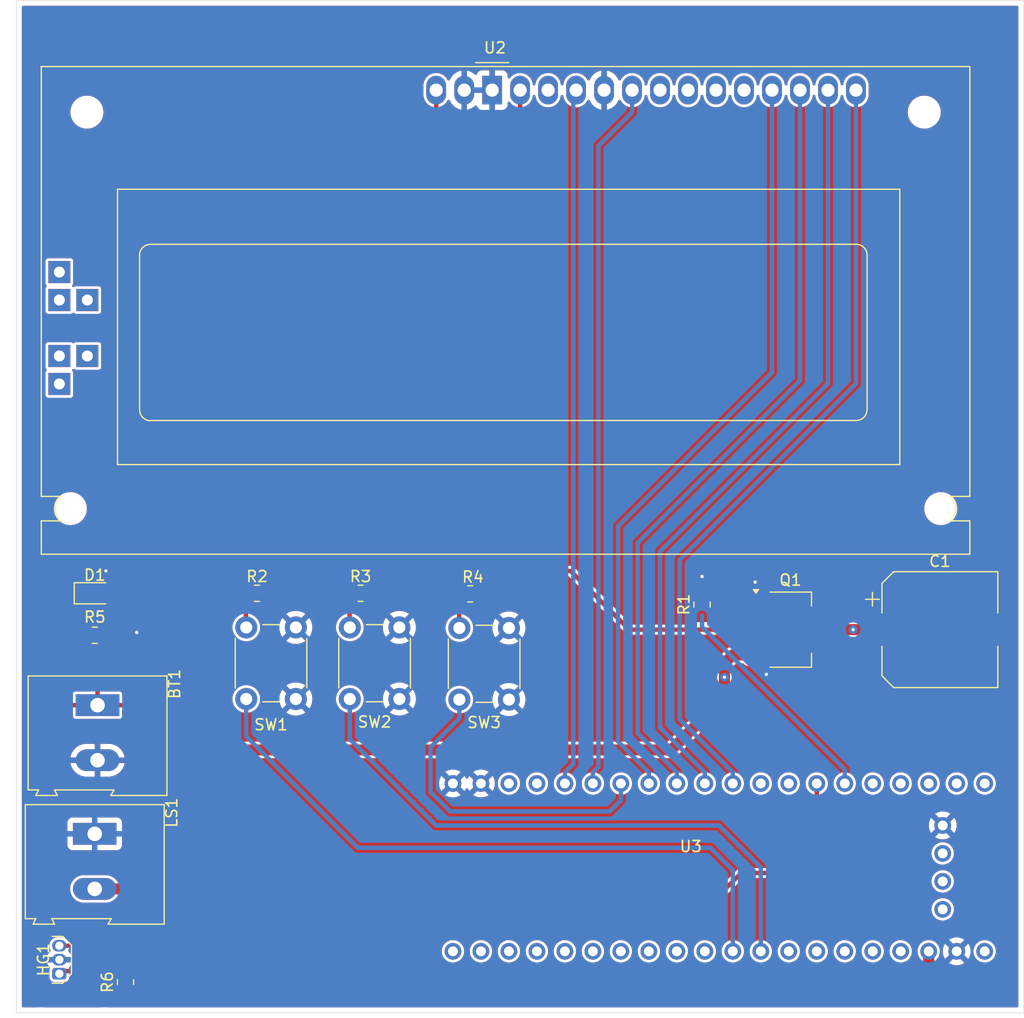
<source format=kicad_pcb>
(kicad_pcb (version 20240108) (generator "pcbnew") (generator_version "8.0")
  (layers (0 "F.Cu" signal) (31 "B.Cu" signal) (34 "B.Paste" user) (35 "F.Paste" user) (36 "B.SilkS" user "B.Silkscreen") (37 "F.SilkS" user "F.Silkscreen") (38 "B.Mask" user) (39 "F.Mask" user) (44 "Edge.Cuts" user))
  (net 0 "")
  (net 1 "GND")
  (net 2 "+5V")
  (net 3 "Net-(D1-K)")
  (net 4 "Net-(HG1-U1)")
  (net 5 "Net-(Q1-E)")
  (net 6 "Net-(Q1-B)")
  (net 7 "AUDIO_PWM")
  (net 8 "BTN_3")
  (net 9 "BTN_2")
  (net 10 "BTN_1")
  (net 11 "LCD_DB4")
  (net 12 "LCD_RS")
  (net 13 "LCD_E")
  (net 14 "LCD_DB7")
  (net 15 "LCD_DB5")
  (net 16 "HAL_SG")
  (net 17 "LCD_DN6")
  (footprint "Package_TO_SOT_SMD:SOT-223-3_TabPin2" (layer "F.Cu") (at 197.256 82.55)
    (property "Reference" "Q1" (at 0 -4.5 0) (layer "F.SilkS"))
    (property "Value" "BCP56")
    (fp_line (start -1.85 -3.41) (end 1.91 -3.41) (stroke (width 0.12)) (layer "F.SilkS"))
    (fp_line (start -1.85 3.41) (end 1.91 3.41) (stroke (width 0.12)) (layer "F.SilkS"))
    (fp_line (start 1.91 -3.41) (end 1.91 -2.15) (stroke (width 0.12)) (layer "F.SilkS"))
    (fp_line (start 1.91 3.41) (end 1.91 2.15) (stroke (width 0.12)) (layer "F.SilkS"))
    (fp_poly (pts (xy -3.13 -3.31) (xy -3.37 -3.64) (xy -2.89 -3.64) (xy -3.13 -3.31)) (stroke (width 0.12)) (fill solid) (layer "F.SilkS"))
    (pad "1" smd roundrect (at -3.15 -2.3) (size 2 1.5) (layers "F.Cu" "F.Paste" "F.Mask") (net 6 "Net-(Q1-B)"))
    (pad "2" smd roundrect (at -3.15 0) (size 2 1.5) (layers "F.Cu" "F.Paste" "F.Mask") (net 2 "+5V"))
    (pad "2" smd roundrect (at 3.15 0) (size 2 3.8) (layers "F.Cu" "F.Paste" "F.Mask") (net 2 "+5V"))
    (pad "3" smd roundrect (at -3.15 2.3) (size 2 1.5) (layers "F.Cu" "F.Paste" "F.Mask") (net 5 "Net-(Q1-E)"))
  )
  (footprint "Button_Switch_THT:SW_PUSH_6mm_H8mm" (layer "F.Cu") (at 152.364 82.348 -90)
    (property "Reference" "SW1" (at 8.838 2.25 0) (layer "F.SilkS"))
    (property "Value" "~")
    (fp_line (start 1 5.5) (end 5.5 5.5) (stroke (width 0.12)) (layer "F.SilkS"))
    (fp_line (start 6.75 3) (end 6.75 1.5) (stroke (width 0.12)) (layer "F.SilkS"))
    (fp_line (start -0.25 1.5) (end -0.25 3) (stroke (width 0.12)) (layer "F.SilkS"))
    (fp_line (start 5.5 -1) (end 1 -1) (stroke (width 0.12)) (layer "F.SilkS"))
    (pad "1" thru_hole circle (at 0 0) (size 2 2) (drill 1.1) (layers "*.Cu" "*.Mask") (net 1 "GND"))
    (pad "1" thru_hole circle (at 6.5 0) (size 2 2) (drill 1.1) (layers "*.Cu" "*.Mask") (net 1 "GND"))
    (pad "2" thru_hole circle (at 0 4.5) (size 2 2) (drill 1.1) (layers "*.Cu" "*.Mask") (net 8 "BTN_3"))
    (pad "2" thru_hole circle (at 6.5 4.5) (size 2 2) (drill 1.1) (layers "*.Cu" "*.Mask") (net 8 "BTN_3"))
  )
  (footprint "Resistor_SMD:R_0805_2012Metric_Pad1.20x1.40mm_HandSolder" (layer "F.Cu") (at 134.121 83.058)
    (property "Reference" "R5" (at 0 -1.65 0) (layer "F.SilkS"))
    (property "Value" "220")
    (fp_line (start -0.227064 -0.735) (end 0.227064 -0.735) (stroke (width 0.12)) (layer "F.SilkS"))
    (fp_line (start -0.227064 0.735) (end 0.227064 0.735) (stroke (width 0.12)) (layer "F.SilkS"))
    (pad "1" smd roundrect (at -1 0) (size 1.2 1.4) (layers "F.Cu" "F.Paste" "F.Mask") (roundrect_rratio 0.208333) (net 3 "Net-(D1-K)"))
    (pad "2" smd roundrect (at 1 0) (size 1.2 1.4) (layers "F.Cu" "F.Paste" "F.Mask") (roundrect_rratio 0.208333) (net 1 "GND"))
  )
  (footprint "TerminalBlock:TerminalBlock_Altech_AK300-2_P5.00mm" (layer "F.Cu") (at 134.366 89.408 -90)
    (property "Reference" "BT1" (at -1.92 -6.99 90) (layer "F.SilkS"))
    (property "Value" "Battery")
    (fp_line (start -2.65 6.3) (end 7.7 6.3) (stroke (width 0.12)) (layer "F.SilkS"))
    (fp_line (start 7.7 6.3) (end 7.7 5.35) (stroke (width 0.12)) (layer "F.SilkS"))
    (fp_line (start 8.2 5.6) (end 8.2 3.7) (stroke (width 0.12)) (layer "F.SilkS"))
    (fp_line (start 7.7 5.35) (end 8.2 5.6) (stroke (width 0.12)) (layer "F.SilkS"))
    (fp_line (start 7.7 3.9) (end 7.7 -1.5) (stroke (width 0.12)) (layer "F.SilkS"))
    (fp_line (start 8.2 3.7) (end 8.2 3.65) (stroke (width 0.12)) (layer "F.SilkS"))
    (fp_line (start 8.2 3.65) (end 7.7 3.9) (stroke (width 0.12)) (layer "F.SilkS"))
    (fp_line (start 8.2 -1.2) (end 8.2 -6.3) (stroke (width 0.12)) (layer "F.SilkS"))
    (fp_line (start 7.7 -1.5) (end 8.2 -1.2) (stroke (width 0.12)) (layer "F.SilkS"))
    (fp_line (start -2.65 -6.3) (end -2.65 6.3) (stroke (width 0.12)) (layer "F.SilkS"))
    (fp_line (start 8.2 -6.3) (end -2.65 -6.3) (stroke (width 0.12)) (layer "F.SilkS"))
    (pad "1" thru_hole rect (at 0 0 270) (size 1.98 3.96) (drill 1.32) (layers "*.Cu" "*.Mask") (net 2 "+5V"))
    (pad "2" thru_hole oval (at 5 0 270) (size 1.98 3.96) (drill 1.32) (layers "*.Cu" "*.Mask") (net 1 "GND"))
  )
  (footprint "Resistor_SMD:R_0805_2012Metric_Pad1.20x1.40mm_HandSolder" (layer "F.Cu") (at 189.23 80.264 90)
    (property "Reference" "R1" (at 0 -1.65 90) (layer "F.SilkS"))
    (property "Value" "120")
    (fp_line (start -0.227064 -0.735) (end 0.227064 -0.735) (stroke (width 0.12)) (layer "F.SilkS"))
    (fp_line (start -0.227064 0.735) (end 0.227064 0.735) (stroke (width 0.12)) (layer "F.SilkS"))
    (pad "1" smd roundrect (at -1 0 90) (size 1.2 1.4) (layers "F.Cu" "F.Paste" "F.Mask") (roundrect_rratio 0.208333) (net 7 "AUDIO_PWM"))
    (pad "2" smd roundrect (at 1 0 90) (size 1.2 1.4) (layers "F.Cu" "F.Paste" "F.Mask") (roundrect_rratio 0.208333) (net 6 "Net-(Q1-B)"))
  )
  (footprint "Button_Switch_THT:SW_PUSH_6mm_H5mm" (layer "F.Cu") (at 161.762 82.348 -90)
    (property "Reference" "SW2" (at 8.584 2.25 0) (layer "F.SilkS"))
    (property "Value" "~")
    (fp_line (start 1 5.5) (end 5.5 5.5) (stroke (width 0.12)) (layer "F.SilkS"))
    (fp_line (start 6.75 3) (end 6.75 1.5) (stroke (width 0.12)) (layer "F.SilkS"))
    (fp_line (start -0.25 1.5) (end -0.25 3) (stroke (width 0.12)) (layer "F.SilkS"))
    (fp_line (start 5.5 -1) (end 1 -1) (stroke (width 0.12)) (layer "F.SilkS"))
    (pad "1" thru_hole circle (at 0 0) (size 2 2) (drill 1.1) (layers "*.Cu" "*.Mask") (net 1 "GND"))
    (pad "1" thru_hole circle (at 6.5 0) (size 2 2) (drill 1.1) (layers "*.Cu" "*.Mask") (net 1 "GND"))
    (pad "2" thru_hole circle (at 0 4.5) (size 2 2) (drill 1.1) (layers "*.Cu" "*.Mask") (net 9 "BTN_2"))
    (pad "2" thru_hole circle (at 6.5 4.5) (size 2 2) (drill 1.1) (layers "*.Cu" "*.Mask") (net 9 "BTN_2"))
  )
  (footprint "Capacitor_SMD:CP_Elec_10x10" (layer "F.Cu") (at 210.82 82.55)
    (property "Reference" "C1" (at 0 -6.2 0) (layer "F.SilkS"))
    (property "Value" "1000u")
    (fp_line (start -6.75 -2.76) (end -5.5 -2.76) (stroke (width 0.12)) (layer "F.SilkS"))
    (fp_line (start -6.125 -3.385) (end -6.125 -2.135) (stroke (width 0.12)) (layer "F.SilkS"))
    (fp_line (start -5.26 -4.195563) (end -5.26 -1.51) (stroke (width 0.12)) (layer "F.SilkS"))
    (fp_line (start -5.26 -4.195563) (end -4.195563 -5.26) (stroke (width 0.12)) (layer "F.SilkS"))
    (fp_line (start -5.26 4.195563) (end -5.26 1.51) (stroke (width 0.12)) (layer "F.SilkS"))
    (fp_line (start -5.26 4.195563) (end -4.195563 5.26) (stroke (width 0.12)) (layer "F.SilkS"))
    (fp_line (start -4.195563 -5.26) (end 5.26 -5.26) (stroke (width 0.12)) (layer "F.SilkS"))
    (fp_line (start -4.195563 5.26) (end 5.26 5.26) (stroke (width 0.12)) (layer "F.SilkS"))
    (fp_line (start 5.26 -5.26) (end 5.26 -1.51) (stroke (width 0.12)) (layer "F.SilkS"))
    (fp_line (start 5.26 5.26) (end 5.26 1.51) (stroke (width 0.12)) (layer "F.SilkS"))
    (pad "1" smd roundrect (at -4 0) (size 4 2.5) (layers "F.Cu" "F.Paste" "F.Mask") (roundrect_rratio 0.1) (net 2 "+5V"))
    (pad "2" smd roundrect (at 4 0) (size 4 2.5) (layers "F.Cu" "F.Paste" "F.Mask") (roundrect_rratio 0.1) (net 1 "GND"))
  )
  (footprint "blue-pill-kicad-master:blue_pill" (layer "F.Cu") (at 187.579 102.235 90)
    (property "Reference" "U3" (at 0 0.635 180) (layer "F.SilkS"))
    (property "Value" "BP")
    (pad "3V3" thru_hole circle (at -9.525 27.305 90) (size 1.524 1.524) (drill 0.9) (layers "*.Cu" "*.Mask"))
    (pad "3V3" thru_hole circle (at -5.715 23.495 90) (size 1.524 1.524) (drill 0.9) (layers "*.Cu" "*.Mask"))
    (pad "3V3" thru_hole circle (at 5.715 -15.875 90) (size 1.524 1.524) (drill 0.9) (layers "*.Cu" "*.Mask"))
    (pad "5V" thru_hole circle (at -9.525 22.225 90) (size 1.524 1.524) (drill 0.9) (layers "*.Cu" "*.Mask") (net 2 "+5V"))
    (pad "G" thru_hole circle (at -9.525 24.765 90) (size 1.524 1.524) (drill 0.9) (layers "*.Cu" "*.Mask") (net 1 "GND"))
    (pad "G" thru_hole circle (at 1.905 23.495 90) (size 1.524 1.524) (drill 0.9) (layers "*.Cu" "*.Mask") (net 1 "GND"))
    (pad "G" thru_hole circle (at 5.715 -20.955 90) (size 1.524 1.524) (drill 0.9) (layers "*.Cu" "*.Mask") (net 1 "GND"))
    (pad "G" thru_hole circle (at 5.715 -18.415 90) (size 1.524 1.524) (drill 0.9) (layers "*.Cu" "*.Mask") (net 1 "GND"))
    (pad "NRST" thru_hole circle (at 5.715 -13.335 90) (size 1.524 1.524) (drill 0.9) (layers "*.Cu" "*.Mask"))
    (pad "PA0" thru_hole circle (at 5.715 17.145 90) (size 1.524 1.524) (drill 0.9) (layers "*.Cu" "*.Mask"))
    (pad "PA1" thru_hole circle (at 5.715 14.605 90) (size 1.524 1.524) (drill 0.9) (layers "*.Cu" "*.Mask") (net 7 "AUDIO_PWM"))
    (pad "PA2" thru_hole circle (at 5.715 12.065 90) (size 1.524 1.524) (drill 0.9) (layers "*.Cu" "*.Mask") (net 16 "HAL_SG"))
    (pad "PA3" thru_hole circle (at 5.715 9.525 90) (size 1.524 1.524) (drill 0.9) (layers "*.Cu" "*.Mask"))
    (pad "PA4" thru_hole circle (at 5.715 6.985 90) (size 1.524 1.524) (drill 0.9) (layers "*.Cu" "*.Mask"))
    (pad "PA5" thru_hole circle (at 5.715 4.445 90) (size 1.524 1.524) (drill 0.9) (layers "*.Cu" "*.Mask") (net 14 "LCD_DB7"))
    (pad "PA6" thru_hole circle (at 5.715 1.905 90) (size 1.524 1.524) (drill 0.9) (layers "*.Cu" "*.Mask") (net 17 "LCD_DN6"))
    (pad "PA7" thru_hole circle (at 5.715 -0.635 90) (size 1.524 1.524) (drill 0.9) (layers "*.Cu" "*.Mask") (net 15 "LCD_DB5"))
    (pad "PA8" thru_hole circle (at -9.525 -10.795 90) (size 1.524 1.524) (drill 0.9) (layers "*.Cu" "*.Mask"))
    (pad "PA9" thru_hole circle (at -9.525 -8.255 90) (size 1.524 1.524) (drill 0.9) (layers "*.Cu" "*.Mask"))
    (pad "PA10" thru_hole circle (at -9.525 -5.715 90) (size 1.524 1.524) (drill 0.9) (layers "*.Cu" "*.Mask"))
    (pad "PA11" thru_hole circle (at -9.525 -3.175 90) (size 1.524 1.524) (drill 0.9) (layers "*.Cu" "*.Mask"))
    (pad "PA12" thru_hole circle (at -9.525 -0.635 90) (size 1.524 1.524) (drill 0.9) (layers "*.Cu" "*.Mask"))
    (pad "PA15" thru_hole circle (at -9.525 1.905 90) (size 1.524 1.524) (drill 0.9) (layers "*.Cu" "*.Mask"))
    (pad "PB0" thru_hole circle (at 5.715 -3.175 90) (size 1.524 1.524) (drill 0.9) (layers "*.Cu" "*.Mask") (net 11 "LCD_DB4"))
    (pad "PB1" thru_hole circle (at 5.715 -5.715 90) (size 1.524 1.524) (drill 0.9) (layers "*.Cu" "*.Mask") (net 10 "BTN_1"))
    (pad "PB3" thru_hole circle (at -9.525 4.445 90) (size 1.524 1.524) (drill 0.9) (layers "*.Cu" "*.Mask") (net 8 "BTN_3"))
    (pad "PB4" thru_hole circle (at -9.525 6.985 90) (size 1.524 1.524) (drill 0.9) (layers "*.Cu" "*.Mask") (net 9 "BTN_2"))
    (pad "PB5" thru_hole circle (at -9.525 9.525 90) (size 1.524 1.524) (drill 0.9) (layers "*.Cu" "*.Mask"))
    (pad "PB6" thru_hole circle (at -9.525 12.065 90) (size 1.524 1.524) (drill 0.9) (layers "*.Cu" "*.Mask"))
    (pad "PB7" thru_hole circle (at -9.525 14.605 90) (size 1.524 1.524) (drill 0.9) (layers "*.Cu" "*.Mask"))
    (pad "PB8" thru_hole circle (at -9.525 17.145 90) (size 1.524 1.524) (drill 0.9) (layers "*.Cu" "*.Mask"))
    (pad "PB9" thru_hole circle (at -9.525 19.685 90) (size 1.524 1.524) (drill 0.9) (layers "*.Cu" "*.Mask"))
    (pad "PB10" thru_hole circle (at 5.715 -8.255 90) (size 1.524 1.524) (drill 0.9) (layers "*.Cu" "*.Mask") (net 13 "LCD_E"))
    (pad "PB11" thru_hole circle (at 5.715 -10.795 90) (size 1.524 1.524) (drill 0.9) (layers "*.Cu" "*.Mask") (net 12 "LCD_RS"))
    (pad "PB12" thru_hole circle (at -9.525 -20.955 90) (size 1.524 1.524) (drill 0.9) (layers "*.Cu" "*.Mask"))
    (pad "PB13" thru_hole circle (at -9.525 -18.415 90) (size 1.524 1.524) (drill 0.9) (layers "*.Cu" "*.Mask"))
    (pad "PB14" thru_hole circle (at -9.525 -15.875 90) (size 1.524 1.524) (drill 0.9) (layers "*.Cu" "*.Mask"))
    (pad "PB15" thru_hole circle (at -9.525 -13.335 90) (size 1.524 1.524) (drill 0.9) (layers "*.Cu" "*.Mask"))
    (pad "PC13" thru_hole circle (at 5.715 24.765 90) (size 1.524 1.524) (drill 0.9) (layers "*.Cu" "*.Mask"))
    (pad "PC14" thru_hole circle (at 5.715 22.225 90) (size 1.524 1.524) (drill 0.9) (layers "*.Cu" "*.Mask"))
    (pad "PC15" thru_hole circle (at 5.715 19.685 90) (size 1.524 1.524) (drill 0.9) (layers "*.Cu" "*.Mask"))
    (pad "SWCLK" thru_hole circle (at -0.635 23.495 90) (size 1.524 1.524) (drill 0.9) (layers "*.Cu" "*.Mask"))
    (pad "SWO" thru_hole circle (at -3.175 23.495 90) (size 1.524 1.524) (drill 0.9) (layers "*.Cu" "*.Mask"))
    (pad "VBAT" thru_hole circle (at 5.715 27.305 90) (size 1.524 1.524) (drill 0.9) (layers "*.Cu" "*.Mask"))
  )
  (footprint "Resistor_SMD:R_0805_2012Metric_Pad1.20x1.40mm_HandSolder" (layer "F.Cu") (at 136.906 114.554 90)
    (property "Reference" "R6" (at 0 -1.65 90) (layer "F.SilkS"))
    (property "Value" "10k")
    (fp_line (start -0.227064 -0.735) (end 0.227064 -0.735) (stroke (width 0.12)) (layer "F.SilkS"))
    (fp_line (start -0.227064 0.735) (end 0.227064 0.735) (stroke (width 0.12)) (layer "F.SilkS"))
    (pad "1" smd roundrect (at -1 0 90) (size 1.2 1.4) (layers "F.Cu" "F.Paste" "F.Mask") (roundrect_rratio 0.208333) (net 2 "+5V"))
    (pad "2" smd roundrect (at 1 0 90) (size 1.2 1.4) (layers "F.Cu" "F.Paste" "F.Mask") (roundrect_rratio 0.208333) (net 4 "Net-(HG1-U1)"))
  )
  (footprint "LED_SMD:LED_0805_2012Metric_Pad1.15x1.40mm_HandSolder" (layer "F.Cu") (at 134.112 79.248)
    (property "Reference" "D1" (at 0 -1.65 0) (layer "F.SilkS"))
    (property "Value" "LED")
    (fp_line (start -1.86 -0.96) (end -1.86 0.96) (stroke (width 0.12)) (layer "F.SilkS"))
    (fp_line (start -1.86 0.96) (end 1 0.96) (stroke (width 0.12)) (layer "F.SilkS"))
    (fp_line (start 1 -0.96) (end -1.86 -0.96) (stroke (width 0.12)) (layer "F.SilkS"))
    (pad "1" smd roundrect (at -1.025 0) (size 1.15 1.4) (layers "F.Cu" "F.Paste" "F.Mask") (roundrect_rratio 0.217391) (net 3 "Net-(D1-K)"))
    (pad "2" smd roundrect (at 1.025 0) (size 1.15 1.4) (layers "F.Cu" "F.Paste" "F.Mask") (roundrect_rratio 0.217391) (net 2 "+5V"))
  )
  (footprint "Resistor_SMD:R_0805_2012Metric_Pad1.20x1.40mm_HandSolder" (layer "F.Cu") (at 158.242 79.248 180)
    (property "Reference" "R3" (at 0 1.524 0) (layer "F.SilkS"))
    (property "Value" "220")
    (fp_line (start -0.227064 0.735) (end 0.227064 0.735) (stroke (width 0.12)) (layer "F.SilkS"))
    (fp_line (start -0.227064 -0.735) (end 0.227064 -0.735) (stroke (width 0.12)) (layer "F.SilkS"))
    (pad "1" smd roundrect (at -1 0 180) (size 1.2 1.4) (layers "F.Cu" "F.Paste" "F.Mask") (roundrect_rratio 0.208333) (net 2 "+5V"))
    (pad "2" smd roundrect (at 1 0 180) (size 1.2 1.4) (layers "F.Cu" "F.Paste" "F.Mask") (roundrect_rratio 0.208333) (net 9 "BTN_2"))
  )
  (footprint "Resistor_SMD:R_0805_2012Metric_Pad1.20x1.40mm_HandSolder" (layer "F.Cu") (at 168.184 79.3 180)
    (property "Reference" "R4" (at -0.254 1.524 0) (layer "F.SilkS"))
    (property "Value" "220")
    (fp_line (start -0.227064 0.735) (end 0.227064 0.735) (stroke (width 0.12)) (layer "F.SilkS"))
    (fp_line (start -0.227064 -0.735) (end 0.227064 -0.735) (stroke (width 0.12)) (layer "F.SilkS"))
    (pad "1" smd roundrect (at -1 0 180) (size 1.2 1.4) (layers "F.Cu" "F.Paste" "F.Mask") (roundrect_rratio 0.208333) (net 2 "+5V"))
    (pad "2" smd roundrect (at 1 0 180) (size 1.2 1.4) (layers "F.Cu" "F.Paste" "F.Mask") (roundrect_rratio 0.208333) (net 10 "BTN_1"))
  )
  (footprint "TerminalBlock:TerminalBlock_Altech_AK300-2_P5.00mm" (layer "F.Cu") (at 134.112 101.092 -90)
    (property "Reference" "LS1" (at -1.92 -6.99 90) (layer "F.SilkS"))
    (property "Value" "Speaker")
    (fp_line (start -2.65 6.3) (end 7.7 6.3) (stroke (width 0.12)) (layer "F.SilkS"))
    (fp_line (start 7.7 6.3) (end 7.7 5.35) (stroke (width 0.12)) (layer "F.SilkS"))
    (fp_line (start 8.2 5.6) (end 8.2 3.7) (stroke (width 0.12)) (layer "F.SilkS"))
    (fp_line (start 7.7 5.35) (end 8.2 5.6) (stroke (width 0.12)) (layer "F.SilkS"))
    (fp_line (start 7.7 3.9) (end 7.7 -1.5) (stroke (width 0.12)) (layer "F.SilkS"))
    (fp_line (start 8.2 3.7) (end 8.2 3.65) (stroke (width 0.12)) (layer "F.SilkS"))
    (fp_line (start 8.2 3.65) (end 7.7 3.9) (stroke (width 0.12)) (layer "F.SilkS"))
    (fp_line (start 8.2 -1.2) (end 8.2 -6.3) (stroke (width 0.12)) (layer "F.SilkS"))
    (fp_line (start 7.7 -1.5) (end 8.2 -1.2) (stroke (width 0.12)) (layer "F.SilkS"))
    (fp_line (start -2.65 -6.3) (end -2.65 6.3) (stroke (width 0.12)) (layer "F.SilkS"))
    (fp_line (start 8.2 -6.3) (end -2.65 -6.3) (stroke (width 0.12)) (layer "F.SilkS"))
    (pad "1" thru_hole rect (at 0 0 270) (size 1.98 3.96) (drill 1.32) (layers "*.Cu" "*.Mask") (net 1 "GND"))
    (pad "2" thru_hole oval (at 5 0 270) (size 1.98 3.96) (drill 1.32) (layers "*.Cu" "*.Mask") (net 5 "Net-(Q1-E)"))
  )
  (footprint "Display:RC1602A" (layer "F.Cu") (at 170.18 33.56)
    (property "Reference" "U2" (at 0.254 -3.842 180) (layer "F.SilkS"))
    (property "Value" "RC1602A")
    (fp_line (start -40.92 -2.14) (end 43.36 -2.14) (stroke (width 0.12)) (layer "F.SilkS"))
    (fp_line (start -40.92 36.89) (end -40.92 -2.14) (stroke (width 0.12)) (layer "F.SilkS"))
    (fp_line (start -40.92 36.89) (end -39.1 36.89) (stroke (width 0.12)) (layer "F.SilkS"))
    (fp_line (start -40.92 39.11) (end -39.1 39.11) (stroke (width 0.12)) (layer "F.SilkS"))
    (fp_line (start -40.92 42.14) (end -40.92 39.11) (stroke (width 0.12)) (layer "F.SilkS"))
    (fp_line (start -34 9) (end 37 9) (stroke (width 0.12)) (layer "F.SilkS"))
    (fp_line (start -34 34) (end -34 9) (stroke (width 0.12)) (layer "F.SilkS"))
    (fp_line (start -32 29) (end -32 15) (stroke (width 0.12)) (layer "F.SilkS"))
    (fp_line (start -31 14) (end 33 14) (stroke (width 0.12)) (layer "F.SilkS"))
    (fp_line (start -1.5 -2.5) (end 1.5 -2.5) (stroke (width 0.12)) (layer "F.SilkS"))
    (fp_line (start 33 30) (end -31 30) (stroke (width 0.12)) (layer "F.SilkS"))
    (fp_line (start 34.03 15) (end 34.03 29) (stroke (width 0.12)) (layer "F.SilkS"))
    (fp_line (start 37 9) (end 37 34) (stroke (width 0.12)) (layer "F.SilkS"))
    (fp_line (start 37 34) (end -34 34) (stroke (width 0.12)) (layer "F.SilkS"))
    (fp_line (start 41.5 39.11) (end 43.36 39.11) (stroke (width 0.12)) (layer "F.SilkS"))
    (fp_line (start 43.36 -2.14) (end 43.36 36.89) (stroke (width 0.12)) (layer "F.SilkS"))
    (fp_line (start 43.36 36.89) (end 41.5 36.89) (stroke (width 0.12)) (layer "F.SilkS"))
    (fp_line (start 43.36 39.11) (end 43.36 42.14) (stroke (width 0.12)) (layer "F.SilkS"))
    (fp_line (start 43.36 42.14) (end -40.92 42.14) (stroke (width 0.12)) (layer "F.SilkS"))
    (fp_arc (start -39.39 38.82) (mid -39.644716 37.794939) (end -39.1 36.89) (stroke (width 0.12)) (layer "F.SilkS"))
    (fp_arc (start -39.1 39.11) (mid -39.644716 38.205061) (end -39.39 37.18) (stroke (width 0.12)) (layer "F.SilkS"))
    (fp_arc (start -32.00286 15.00246) (mid -31.710488 14.296612) (end -31.00464 14.00424) (stroke (width 0.12)) (layer "F.SilkS"))
    (fp_arc (start -30.99464 30.0237) (mid -31.702284 29.730584) (end -31.9954 29.02294) (stroke (width 0.12)) (layer "F.SilkS"))
    (fp_arc (start 33.03574 13.99424) (mid 33.741576 14.286624) (end 34.03396 14.99246) (stroke (width 0.12)) (layer "F.SilkS"))
    (fp_arc (start 34.0265 29.00294) (mid 33.733372 29.710572) (end 33.02574 30.0037) (stroke (width 0.12)) (layer "F.SilkS"))
    (fp_arc (start 41.5 36.89) (mid 42.059361 37.759584) (end 41.84 38.77) (stroke (width 0.12)) (layer "F.SilkS"))
    (fp_arc (start 41.84 37.21) (mid 42.070574 38.233345) (end 41.51 39.12) (stroke (width 0.12)) (layer "F.SilkS"))
    (pad "" np_thru_hole circle (at -38.28 38 180) (size 2.5 2.5) (drill 2.5) (layers "*.Cu" "*.Mask"))
    (pad "" np_thru_hole circle (at -36.78 2 180) (size 2.5 2.5) (drill 2.5) (layers "*.Cu" "*.Mask"))
    (pad "" np_thru_hole circle (at 39.22 2 180) (size 2.5 2.5) (drill 2.5) (layers "*.Cu" "*.Mask"))
    (pad "" np_thru_hole circle (at 40.72 38 180) (size 2.5 2.5) (drill 2.5) (layers "*.Cu" "*.Mask"))
    (pad "1" thru_hole rect (at 0 0 180) (size 1.8 2.6) (drill 1.2) (layers "*.Cu" "*.Mask") (net 1 "GND"))
    (pad "2" thru_hole oval (at 2.54 0 180) (size 1.8 2.6) (drill 1.2) (layers "*.Cu" "*.Mask") (net 2 "+5V"))
    (pad "3" thru_hole oval (at 5.08 0 180) (size 1.8 2.6) (drill 1.2) (layers "*.Cu" "*.Mask"))
    (pad "4" thru_hole oval (at 7.62 0 180) (size 1.8 2.6) (drill 1.2) (layers "*.Cu" "*.Mask") (net 12 "LCD_RS"))
    (pad "5" thru_hole oval (at 10.16 0 180) (size 1.8 2.6) (drill 1.2) (layers "*.Cu" "*.Mask") (net 1 "GND"))
    (pad "6" thru_hole oval (at 12.7 0 180) (size 1.8 2.6) (drill 1.2) (layers "*.Cu" "*.Mask") (net 13 "LCD_E"))
    (pad "7" thru_hole oval (at 15.24 0 180) (size 1.8 2.6) (drill 1.2) (layers "*.Cu" "*.Mask"))
    (pad "8" thru_hole oval (at 17.78 0 180) (size 1.8 2.6) (drill 1.2) (layers "*.Cu" "*.Mask"))
    (pad "9" thru_hole oval (at 20.32 0 180) (size 1.8 2.6) (drill 1.2) (layers "*.Cu" "*.Mask"))
    (pad "10" thru_hole oval (at 22.86 0 180) (size 1.8 2.6) (drill 1.2) (layers "*.Cu" "*.Mask"))
    (pad "11" thru_hole oval (at 25.4 0 180) (size 1.8 2.6) (drill 1.2) (layers "*.Cu" "*.Mask") (net 11 "LCD_DB4"))
    (pad "12" thru_hole oval (at 27.94 0 180) (size 1.8 2.6) (drill 1.2) (layers "*.Cu" "*.Mask") (net 15 "LCD_DB5"))
    (pad "13" thru_hole oval (at 30.48508 0.00254 180) (size 1.8 2.6) (drill 1.2) (layers "*.Cu" "*.Mask") (net 17 "LCD_DN6"))
    (pad "14" thru_hole oval (at 33.02 0 180) (size 1.8 2.6) (drill 1.2) (layers "*.Cu" "*.Mask") (net 14 "LCD_DB7"))
    (pad "15" thru_hole oval (at -5.08 0 180) (size 1.8 2.6) (drill 1.2) (layers "*.Cu" "*.Mask") (net 2 "+5V"))
    (pad "16" thru_hole oval (at -2.53492 0.00254 180) (size 1.8 2.6) (drill 1.2) (layers "*.Cu" "*.Mask") (net 1 "GND"))
    (pad "A1" thru_hole rect (at -39.28 24.14 180) (size 2 2) (drill 1) (layers "*.Cu" "*.Mask"))
    (pad "A1" thru_hole rect (at -39.28 26.68 180) (size 2 2) (drill 1) (layers "*.Cu" "*.Mask"))
    (pad "A1" thru_hole rect (at -36.74 24.14 180) (size 2 2) (drill 1) (layers "*.Cu" "*.Mask"))
    (pad "K1" thru_hole rect (at -39.28 16.52 180) (size 2 2) (drill 1) (layers "*.Cu" "*.Mask"))
    (pad "K1" thru_hole rect (at -39.28 19.06 180) (size 2 2) (drill 1) (layers "*.Cu" "*.Mask"))
    (pad "K1" thru_hole rect (at -36.74 19.06 180) (size 2 2) (drill 1) (layers "*.Cu" "*.Mask"))
  )
  (footprint "Button_Switch_THT:SW_PUSH_6mm_H5mm" (layer "F.Cu") (at 171.704 82.4 -90)
    (property "Reference" "SW3" (at 8.584 2.25 0) (layer "F.SilkS"))
    (property "Value" "~")
    (fp_line (start 1 5.5) (end 5.5 5.5) (stroke (width 0.12)) (layer "F.SilkS"))
    (fp_line (start 6.75 3) (end 6.75 1.5) (stroke (width 0.12)) (layer "F.SilkS"))
    (fp_line (start -0.25 1.5) (end -0.25 3) (stroke (width 0.12)) (layer "F.SilkS"))
    (fp_line (start 5.5 -1) (end 1 -1) (stroke (width 0.12)) (layer "F.SilkS"))
    (pad "1" thru_hole circle (at 0 0) (size 2 2) (drill 1.1) (layers "*.Cu" "*.Mask") (net 1 "GND"))
    (pad "1" thru_hole circle (at 6.5 0) (size 2 2) (drill 1.1) (layers "*.Cu" "*.Mask") (net 1 "GND"))
    (pad "2" thru_hole circle (at 0 4.5) (size 2 2) (drill 1.1) (layers "*.Cu" "*.Mask") (net 10 "BTN_1"))
    (pad "2" thru_hole circle (at 6.5 4.5) (size 2 2) (drill 1.1) (layers "*.Cu" "*.Mask") (net 10 "BTN_1"))
  )
  (footprint "Resistor_SMD:R_0805_2012Metric_Pad1.20x1.40mm_HandSolder" (layer "F.Cu") (at 148.828 79.248 180)
    (property "Reference" "R2" (at -0.016 1.524 0) (layer "F.SilkS"))
    (property "Value" "220")
    (fp_line (start -0.227064 0.735) (end 0.227064 0.735) (stroke (width 0.12)) (layer "F.SilkS"))
    (fp_line (start -0.227064 -0.735) (end 0.227064 -0.735) (stroke (width 0.12)) (layer "F.SilkS"))
    (pad "1" smd roundrect (at -1 0 180) (size 1.2 1.4) (layers "F.Cu" "F.Paste" "F.Mask") (roundrect_rratio 0.208333) (net 2 "+5V"))
    (pad "2" smd roundrect (at 1 0 180) (size 1.2 1.4) (layers "F.Cu" "F.Paste" "F.Mask") (roundrect_rratio 0.208333) (net 8 "BTN_3"))
  )
  (footprint "Package_TO_SOT_THT:TO-92Flat" (layer "F.Cu") (at 130.899 113.792 90)
    (property "Reference" "HG1" (at 1.27 -1.45 90) (layer "F.SilkS"))
    (property "Value" "HallGenerator")
    (fp_line (start 3.39 -0.65) (end 3.39 0.3) (stroke (width 0.12)) (layer "F.SilkS"))
    (fp_line (start -0.86 0.3) (end -0.86 -0.65) (stroke (width 0.12)) (layer "F.SilkS"))
    (fp_line (start 3.24 0.45) (end 3.39 0.3) (stroke (width 0.12)) (layer "F.SilkS"))
    (fp_line (start -0.71 0.45) (end -0.86 0.3) (stroke (width 0.12)) (layer "F.SilkS"))
    (fp_line (start 2.59 1.1) (end 2.84 0.85) (stroke (width 0.12)) (layer "F.SilkS"))
    (fp_line (start -0.01 1.1) (end -0.26 0.85) (stroke (width 0.12)) (layer "F.SilkS"))
    (fp_line (start -0.01 1.1) (end 2.59 1.1) (stroke (width 0.12)) (layer "F.SilkS"))
    (pad "1" thru_hole roundrect (at 0 0 90) (size 1.05 1.3) (drill 0.75) (layers "*.Cu" "*.Mask") (roundrect_rratio 0.238) (net 4 "Net-(HG1-U1)"))
    (pad "2" thru_hole oval (at 1.27 0 90) (size 1.05 1.3) (drill 0.75) (layers "*.Cu" "*.Mask") (net 1 "GND"))
    (pad "3" thru_hole oval (at 2.54 0 90) (size 1.05 1.3) (drill 0.75) (layers "*.Cu" "*.Mask") (net 16 "HAL_SG"))
  )
  (gr_line (start 218.44 25.4) (end 127 25.4) (stroke (width 0.05)) (layer "Edge.Cuts"))
  (gr_line (start 218.44 117.348) (end 218.44 25.4) (stroke (width 0.05)) (layer "Edge.Cuts"))
  (gr_line (start 127 25.4) (end 127 117.348) (stroke (width 0.05)) (layer "Edge.Cuts"))
  (gr_line (start 127 117.348) (end 218.44 117.348) (stroke (width 0.05)) (layer "Edge.Cuts"))
  (via (at 195.072 86.614) (size 0.8) (drill 0.3) (layers "F.Cu" "B.Cu") (net 1))
  (via (at 137.922 82.804) (size 0.8) (drill 0.3) (layers "F.Cu" "B.Cu") (net 1))
  (via (at 194.056 78.232) (size 0.8) (drill 0.3) (layers "F.Cu" "B.Cu") (net 1))
  (via (at 189.23 77.724) (size 0.8) (drill 0.3) (layers "F.Cu" "B.Cu") (net 1))
  (via (at 135.128 77.216) (size 0.8) (drill 0.3) (layers "F.Cu" "B.Cu") (net 1))
  (segment (start 194.106 82.55) (end 192.278 82.55) (width 0.4) (layer "F.Cu") (net 2))
  (segment (start 177.292 77.216) (end 169.164 77.216) (width 0.4) (layer "F.Cu") (net 2))
  (segment (start 159.258 77.724) (end 159.242 77.74) (width 0.4) (layer "F.Cu") (net 2))
  (segment (start 130.556 89.408) (end 134.366 89.408) (width 0.4) (layer "F.Cu") (net 2))
  (segment (start 136.652 85.344) (end 134.366 87.63) (width 0.4) (layer "F.Cu") (net 2))
  (segment (start 202.946 82.55) (end 200.406 82.55) (width 1) (layer "F.Cu") (net 2))
  (segment (start 144.018 38.862) (end 136.652 46.228) (width 0.4) (layer "F.Cu") (net 2))
  (segment (start 129.032 116.078) (end 129.032 90.932) (width 0.4) (layer "F.Cu") (net 2))
  (segment (start 143.002 79.502) (end 145.288 77.216) (width 0.4) (layer "F.Cu") (net 2))
  (segment (start 129.032 90.932) (end 130.556 89.408) (width 0.4) (layer "F.Cu") (net 2))
  (segment (start 215.392 114.3) (end 216.916 112.776) (width 1) (layer "F.Cu") (net 2))
  (segment (start 169.164 77.216) (end 159.258 77.216) (width 0.4) (layer "F.Cu") (net 2))
  (segment (start 171.45 38.862) (end 165.1 38.862) (width 0.4) (layer "F.Cu") (net 2))
  (segment (start 136.652 81.026) (end 136.652 85.344) (width 0.4) (layer "F.Cu") (net 2))
  (segment (start 159.242 77.74) (end 159.242 79.248) (width 0.4) (layer "F.Cu") (net 2))
  (segment (start 216.916 112.776) (end 216.916 93.98) (width 1) (layer "F.Cu") (net 2))
  (segment (start 136.906 115.554) (end 135.652 115.554) (width 0.4) (layer "F.Cu") (net 2))
  (segment (start 134.366 87.63) (end 134.366 89.408) (width 0.4) (layer "F.Cu") (net 2))
  (segment (start 142.494 89.408) (end 143.002 88.9) (width 0.4) (layer "F.Cu") (net 2))
  (segment (start 169.184 77.236) (end 169.184 79.3) (width 0.4) (layer "F.Cu") (net 2))
  (segment (start 159.258 77.216) (end 159.258 77.724) (width 0.4) (layer "F.Cu") (net 2))
  (segment (start 165.1 38.862) (end 165.1 33.56) (width 0.4) (layer "F.Cu") (net 2))
  (segment (start 206.566 82.55) (end 202.946 82.55) (width 1) (layer "F.Cu") (net 2))
  (segment (start 169.164 77.216) (end 169.184 77.236) (width 0.4) (layer "F.Cu") (net 2))
  (segment (start 129.602 116.648) (end 129.032 116.078) (width 0.4) (layer "F.Cu") (net 2))
  (segment (start 136.652 46.228) (end 136.652 79.248) (width 0.4) (layer "F.Cu") (net 2))
  (segment (start 192.278 82.55) (end 182.626 82.55) (width 0.4) (layer "F.Cu") (net 2))
  (segment (start 209.804 113.284) (end 210.82 114.3) (width 1) (layer "F.Cu") (net 2))
  (segment (start 200.406 82.55) (end 194.106 82.55) (width 1) (layer "F.Cu") (net 2))
  (segment (start 136.652 79.248) (end 136.652 81.026) (width 0.4) (layer "F.Cu") (net 2))
  (segment (start 134.558 116.648) (end 129.602 116.648) (width 0.4) (layer "F.Cu") (net 2))
  (segment (start 149.828 78.01) (end 149.828 79.248) (width 0.4) (layer "F.Cu") (net 2))
  (segment (start 206.82 90.488) (end 206.82 82.55) (width 1) (layer "F.Cu") (net 2))
  (segment (start 210.82 114.3) (end 215.392 114.3) (width 1) (layer "F.Cu") (net 2))
  (segment (start 134.366 89.408) (end 142.494 89.408) (width 0.4) (layer "F.Cu") (net 2))
  (segment (start 143.002 88.9) (end 143.002 79.502) (width 0.4) (layer "F.Cu") (net 2))
  (segment (start 209.296 92.964) (end 206.82 90.488) (width 1) (layer "F.Cu") (net 2))
  (segment (start 135.137 79.248) (end 136.652 79.248) (width 0.4) (layer "F.Cu") (net 2))
  (segment (start 145.288 77.216) (end 150.622 77.216) (width 0.4) (layer "F.Cu") (net 2))
  (segment (start 209.804 111.76) (end 209.804 113.284) (width 1) (layer "F.Cu") (net 2))
  (segment (start 165.1 38.862) (end 144.018 38.862) (width 0.4) (layer "F.Cu") (net 2))
  (segment (start 135.652 115.554) (end 134.558 116.648) (width 0.4) (layer "F.Cu") (net 2))
  (segment (start 150.622 77.216) (end 149.828 78.01) (width 0.4) (layer "F.Cu") (net 2))
  (segment (start 172.72 33.56) (end 172.72 37.592) (width 0.4) (layer "F.Cu") (net 2))
  (segment (start 172.72 37.592) (end 171.45 38.862) (width 0.4) (layer "F.Cu") (net 2))
  (segment (start 215.9 92.964) (end 209.296 92.964) (width 1) (layer "F.Cu") (net 2))
  (segment (start 159.258 77.216) (end 150.622 77.216) (width 0.4) (layer "F.Cu") (net 2))
  (segment (start 182.626 82.55) (end 177.292 77.216) (width 0.4) (layer "F.Cu") (net 2))
  (segment (start 216.916 93.98) (end 215.9 92.964) (width 1) (layer "F.Cu") (net 2))
  (via (at 202.946 82.55) (size 0.8) (drill 0.3) (layers "F.Cu" "B.Cu") (net 2))
  (segment (start 133.087 83.024) (end 133.121 83.058) (width 0.4) (layer "F.Cu") (net 3))
  (segment (start 133.087 79.248) (end 133.087 83.024) (width 0.4) (layer "F.Cu") (net 3))
  (segment (start 136.906 113.554) (end 131.137 113.554) (width 0.4) (layer "F.Cu") (net 4))
  (segment (start 131.137 113.554) (end 130.899 113.792) (width 0.4) (layer "F.Cu") (net 4))
  (segment (start 143.51 96.774) (end 143.51 103.632) (width 1) (layer "F.Cu") (net 5))
  (segment (start 146.812 93.472) (end 143.51 96.774) (width 1) (layer "F.Cu") (net 5))
  (segment (start 191.262 88.646) (end 186.436 93.472) (width 1) (layer "F.Cu") (net 5))
  (segment (start 192.01 84.85) (end 191.262 85.598) (width 1) (layer "F.Cu") (net 5))
  (segment (start 194.106 84.85) (end 192.01 84.85) (width 1) (layer "F.Cu") (net 5))
  (segment (start 186.436 93.472) (end 146.812 93.472) (width 1) (layer "F.Cu") (net 5))
  (segment (start 143.51 103.632) (end 141.05 106.092) (width 1) (layer "F.Cu") (net 5))
  (segment (start 191.262 86.868) (end 191.262 88.646) (width 1) (layer "F.Cu") (net 5))
  (segment (start 141.05 106.092) (end 134.112 106.092) (width 1) (layer "F.Cu") (net 5))
  (segment (start 191.262 85.598) (end 191.262 86.868) (width 1) (layer "F.Cu") (net 5))
  (via (at 191.262 86.868) (size 0.8) (drill 0.3) (layers "F.Cu" "B.Cu") (net 5))
  (segment (start 192.01 80.25) (end 194.106 80.25) (width 0.4) (layer "F.Cu") (net 6))
  (segment (start 191.008 79.248) (end 192.01 80.25) (width 0.4) (layer "F.Cu") (net 6))
  (segment (start 189.23 79.264) (end 190.992 79.264) (width 0.4) (layer "F.Cu") (net 6))
  (segment (start 190.992 79.264) (end 191.008 79.248) (width 0.4) (layer "F.Cu") (net 6))
  (segment (start 194.076 80.28) (end 194.106 80.25) (width 0.4) (layer "F.Cu") (net 6))
  (segment (start 202.184 95.25) (end 189.23 82.296) (width 0.4) (layer "B.Cu") (net 7))
  (segment (start 202.184 96.52) (end 202.184 95.25) (width 0.4) (layer "B.Cu") (net 7))
  (segment (start 189.23 82.296) (end 189.23 81.28) (width 0.4) (layer "B.Cu") (net 7))
  (segment (start 147.828 79.248) (end 147.828 82.312) (width 0.4) (layer "F.Cu") (net 8))
  (segment (start 147.828 82.312) (end 147.864 82.348) (width 0.4) (layer "F.Cu") (net 8))
  (segment (start 147.864 79.03) (end 147.828 78.994) (width 0.4) (layer "F.Cu") (net 8))
  (segment (start 192.024 104.394) (end 192.024 111.76) (width 0.4) (layer "B.Cu") (net 8))
  (segment (start 147.864 88.848) (end 147.864 92.238) (width 0.4) (layer "B.Cu") (net 8))
  (segment (start 147.864 92.238) (end 157.988 102.362) (width 0.4) (layer "B.Cu") (net 8))
  (segment (start 157.988 102.362) (end 189.992 102.362) (width 0.4) (layer "B.Cu") (net 8))
  (segment (start 189.992 102.362) (end 192.024 104.394) (width 0.4) (layer "B.Cu") (net 8))
  (segment (start 157.242 82.328) (end 157.262 82.348) (width 0.4) (layer "F.Cu") (net 9))
  (segment (start 157.242 79.248) (end 157.242 82.328) (width 0.4) (layer "F.Cu") (net 9))
  (segment (start 157.262 92.492) (end 165.1 100.33) (width 0.4) (layer "B.Cu") (net 9))
  (segment (start 157.262 88.848) (end 157.262 92.42) (width 0.4) (layer "B.Cu") (net 9))
  (segment (start 165.1 100.33) (end 190.754 100.33) (width 0.4) (layer "B.Cu") (net 9))
  (segment (start 190.754 100.33) (end 194.564 104.14) (width 0.4) (layer "B.Cu") (net 9))
  (segment (start 157.262 92.42) (end 157.262 92.492) (width 0.4) (layer "B.Cu") (net 9))
  (segment (start 194.564 104.14) (end 194.564 111.76) (width 0.4) (layer "B.Cu") (net 9))
  (segment (start 167.184 79.3) (end 167.184 82.38) (width 0.4) (layer "F.Cu") (net 10))
  (segment (start 167.184 82.38) (end 167.204 82.4) (width 0.4) (layer "F.Cu") (net 10))
  (segment (start 180.848 99.06) (end 181.864 98.044) (width 0.4) (layer "B.Cu") (net 10))
  (segment (start 164.592 97.282) (end 166.37 99.06) (width 0.4) (layer "B.Cu") (net 10))
  (segment (start 181.864 98.044) (end 181.864 96.52) (width 0.4) (layer "B.Cu") (net 10))
  (segment (start 167.204 88.9) (end 167.204 90.606) (width 0.4) (layer "B.Cu") (net 10))
  (segment (start 164.592 93.218) (end 164.592 97.282) (width 0.4) (layer "B.Cu") (net 10))
  (segment (start 167.204 90.606) (end 164.592 93.218) (width 0.4) (layer "B.Cu") (net 10))
  (segment (start 166.37 99.06) (end 180.848 99.06) (width 0.4) (layer "B.Cu") (net 10))
  (segment (start 184.404 95.504) (end 181.61 92.71) (width 0.4) (layer "B.Cu") (net 11))
  (segment (start 181.61 92.71) (end 181.61 73.152) (width 0.4) (layer "B.Cu") (net 11))
  (segment (start 181.61 73.152) (end 195.58 59.182) (width 0.4) (layer "B.Cu") (net 11))
  (segment (start 184.404 96.52) (end 184.404 95.504) (width 0.4) (layer "B.Cu") (net 11))
  (segment (start 195.58 59.182) (end 195.58 33.56) (width 0.4) (layer "B.Cu") (net 11))
  (segment (start 176.784 96.52) (end 176.784 95.504) (width 0.4) (layer "B.Cu") (net 12))
  (segment (start 177.546 33.814) (end 177.8 33.56) (width 0.4) (layer "B.Cu") (net 12))
  (segment (start 177.546 94.742) (end 177.546 33.814) (width 0.4) (layer "B.Cu") (net 12))
  (segment (start 176.784 95.504) (end 177.546 94.742) (width 0.4) (layer "B.Cu") (net 12))
  (segment (start 179.324 96.52) (end 179.324 95.504) (width 0.4) (layer "B.Cu") (net 13))
  (segment (start 182.88 35.56) (end 182.88 33.56) (width 0.4) (layer "B.Cu") (net 13))
  (segment (start 179.324 95.504) (end 179.832 94.996) (width 0.4) (layer "B.Cu") (net 13))
  (segment (start 179.832 38.608) (end 182.88 35.56) (width 0.4) (layer "B.Cu") (net 13))
  (segment (start 179.832 94.996) (end 179.832 38.608) (width 0.4) (layer "B.Cu") (net 13))
  (segment (start 192.024 95.504) (end 187.198 90.678) (width 0.4) (layer "B.Cu") (net 14))
  (segment (start 187.198 76.2) (end 203.2 60.198) (width 0.4) (layer "B.Cu") (net 14))
  (segment (start 203.2 60.198) (end 203.2 33.56) (width 0.4) (layer "B.Cu") (net 14))
  (segment (start 187.198 90.678) (end 187.198 76.2) (width 0.4) (layer "B.Cu") (net 14))
  (segment (start 192.024 96.52) (end 192.024 95.504) (width 0.4) (layer "B.Cu") (net 14))
  (segment (start 186.944 95.504) (end 183.388 91.948) (width 0.4) (layer "B.Cu") (net 15))
  (segment (start 183.388 91.948) (end 183.388 74.676) (width 0.4) (layer "B.Cu") (net 15))
  (segment (start 198.12 59.944) (end 198.12 33.56) (width 0.4) (layer "B.Cu") (net 15))
  (segment (start 186.944 96.52) (end 186.944 95.504) (width 0.4) (layer "B.Cu") (net 15))
  (segment (start 183.388 74.676) (end 198.12 59.944) (width 0.4) (layer "B.Cu") (net 15))
  (segment (start 189.484 107.95) (end 192.786 104.648) (width 0.4) (layer "F.Cu") (net 16))
  (segment (start 144.526 107.95) (end 189.484 107.95) (width 0.4) (layer "F.Cu") (net 16))
  (segment (start 197.866 104.648) (end 199.644 102.87) (width 0.4) (layer "F.Cu") (net 16))
  (segment (start 130.899 111.252) (end 141.224 111.252) (width 0.4) (layer "F.Cu") (net 16))
  (segment (start 199.644 102.87) (end 199.644 96.52) (width 0.4) (layer "F.Cu") (net 16))
  (segment (start 141.224 111.252) (end 144.526 107.95) (width 0.4) (layer "F.Cu") (net 16))
  (segment (start 192.786 104.648) (end 197.866 104.648) (width 0.4) (layer "F.Cu") (net 16))
  (segment (start 189.484 96.52) (end 189.484 95.504) (width 0.4) (layer "B.Cu") (net 17))
  (segment (start 200.66508 60.19292) (end 200.66508 33.56254) (width 0.4) (layer "B.Cu") (net 17))
  (segment (start 185.42 75.438) (end 200.66508 60.19292) (width 0.4) (layer "B.Cu") (net 17))
  (segment (start 185.42 91.44) (end 185.42 75.438) (width 0.4) (layer "B.Cu") (net 17))
  (segment (start 189.484 95.504) (end 185.42 91.44) (width 0.4) (layer "B.Cu") (net 17))
  (zone (net 1) (net_name "GND") (layer "F.Cu") (connect_pads (clearance 0.254)) (min_thickness 0.25) (fill yes (thermal_gap 0.5) (thermal_bridge_width 0.5))
    (polygon (pts (xy 127 25.4) (xy 218.44 25.4) (xy 218.44 117.348) (xy 127 117.348)))
  )
  (zone (net 1) (net_name "GND") (layer "B.Cu") (priority 1) (connect_pads (clearance 0.254)) (min_thickness 0.25) (fill yes (thermal_gap 0.5) (thermal_bridge_width 0.5))
    (polygon (pts (xy 127.254 25.4) (xy 218.44 25.4) (xy 218.44 117.348) (xy 127 117.348) (xy 127 25.654)))
  )
)
</source>
